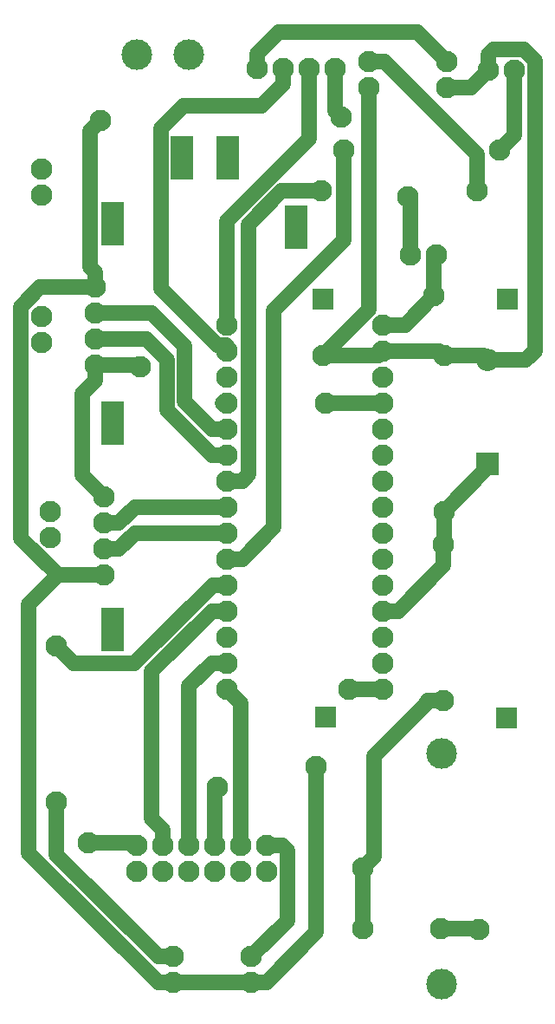
<source format=gbr>
G04 #@! TF.GenerationSoftware,KiCad,Pcbnew,(5.1.4)-1*
G04 #@! TF.CreationDate,2021-02-26T16:34:43-05:00*
G04 #@! TF.ProjectId,compactacion,636f6d70-6163-4746-9163-696f6e2e6b69,rev?*
G04 #@! TF.SameCoordinates,Original*
G04 #@! TF.FileFunction,Copper,L1,Top*
G04 #@! TF.FilePolarity,Positive*
%FSLAX46Y46*%
G04 Gerber Fmt 4.6, Leading zero omitted, Abs format (unit mm)*
G04 Created by KiCad (PCBNEW (5.1.4)-1) date 2021-02-26 16:34:43*
%MOMM*%
%LPD*%
G04 APERTURE LIST*
%ADD10C,2.100000*%
%ADD11R,2.200000X2.200000*%
%ADD12O,2.200000X2.200000*%
%ADD13C,3.000000*%
%ADD14R,2.000000X2.000000*%
%ADD15R,2.200000X4.200000*%
%ADD16C,1.500000*%
G04 APERTURE END LIST*
D10*
X25200000Y92400000D03*
X27740000Y92400000D03*
X30280000Y92400000D03*
X32820000Y92400000D03*
X17000000Y5700000D03*
X24620000Y3160000D03*
X17000000Y3160000D03*
X24620000Y5700000D03*
X10200000Y50570000D03*
X10200000Y48030000D03*
X10200000Y45490000D03*
X10200000Y42950000D03*
X9350000Y71050000D03*
X9350000Y68510000D03*
X9350000Y65970000D03*
X9350000Y63430000D03*
X22250000Y67400000D03*
X37490000Y34380000D03*
X22250000Y64860000D03*
X37490000Y36920000D03*
X22250000Y62320000D03*
X37490000Y39460000D03*
X22250000Y59780000D03*
X37490000Y42000000D03*
X22250000Y57240000D03*
X37490000Y44540000D03*
X22250000Y54700000D03*
X37490000Y47080000D03*
X22250000Y52160000D03*
X37490000Y49620000D03*
X22250000Y49620000D03*
X37490000Y52160000D03*
X22250000Y47080000D03*
X37490000Y54700000D03*
X22250000Y44540000D03*
X37490000Y57240000D03*
X22250000Y42000000D03*
X37490000Y59780000D03*
X22250000Y39460000D03*
X37490000Y62320000D03*
X22250000Y36920000D03*
X37490000Y64860000D03*
X22250000Y34380000D03*
X37490000Y67400000D03*
X22250000Y31840000D03*
X37490000Y31840000D03*
D11*
X47750000Y53800000D03*
D12*
X47750000Y63960000D03*
D10*
X47800000Y92250000D03*
X50340000Y92250000D03*
D13*
X43250000Y25500000D03*
X43250000Y3000000D03*
X18550000Y93800000D03*
X13470000Y93800000D03*
D10*
X4100000Y80100000D03*
X4100000Y82600000D03*
X4100000Y65700000D03*
X4100000Y68200000D03*
X4950000Y49150000D03*
X4950000Y46650000D03*
X42700000Y74250000D03*
X40200000Y74250000D03*
X26150000Y16600000D03*
X26150000Y14060000D03*
X23610000Y16600000D03*
X23610000Y14060000D03*
X21070000Y16600000D03*
X21070000Y14060000D03*
X18530000Y16600000D03*
X18530000Y14060000D03*
X15990000Y16600000D03*
X15990000Y14060000D03*
X13450000Y16600000D03*
X13450000Y14060000D03*
X43400000Y30700000D03*
X43400000Y45940000D03*
X43450000Y64390000D03*
X43450000Y49150000D03*
X33700000Y84500000D03*
X48940000Y84500000D03*
X5550000Y36000000D03*
X5550000Y20760000D03*
X46690000Y80450000D03*
X31450000Y80450000D03*
X35500000Y8400000D03*
X43120000Y8400000D03*
D14*
X49622240Y29032840D03*
X31913360Y29088720D03*
X31659360Y69876040D03*
X49678120Y69886200D03*
D15*
X28974600Y76913560D03*
X22311720Y83733880D03*
X17811720Y83733880D03*
X11037120Y77242600D03*
X11037120Y57798760D03*
X11032040Y37607480D03*
D10*
X43770000Y93100000D03*
X36150000Y90560000D03*
X43770000Y90560000D03*
X36150000Y93100000D03*
X31000000Y24250000D03*
X9900000Y87350000D03*
X31650000Y64400000D03*
X13800000Y63300000D03*
X31850000Y59700000D03*
X8700000Y16800000D03*
X42450000Y70200000D03*
X34200000Y31800000D03*
X21300000Y22200000D03*
X46900000Y8350000D03*
X35550000Y14400000D03*
X33400000Y87650000D03*
X39950000Y79850000D03*
D16*
X30280000Y90915076D02*
X30280000Y92400000D01*
X30280000Y85533138D02*
X30280000Y90915076D01*
X22250000Y77503138D02*
X30280000Y85533138D01*
X22250000Y67400000D02*
X22250000Y77503138D01*
X15761719Y86593881D02*
X17967838Y88800000D01*
X15761719Y70928279D02*
X15761719Y86593881D01*
X21289999Y65399999D02*
X15761719Y70928279D01*
X22150001Y65399999D02*
X21289999Y65399999D01*
X22250000Y64860000D02*
X22250000Y65300000D01*
X22250000Y65300000D02*
X22150001Y65399999D01*
X27740000Y90915076D02*
X27740000Y92400000D01*
X25624924Y88800000D02*
X27740000Y90915076D01*
X17967838Y88800000D02*
X25624924Y88800000D01*
X38820000Y39460000D02*
X37490000Y39460000D01*
X47750000Y53450000D02*
X43450000Y49150000D01*
X47750000Y53800000D02*
X47750000Y53450000D01*
X43450000Y45990000D02*
X43400000Y45940000D01*
X43450000Y49150000D02*
X43450000Y45990000D01*
X43400000Y44455076D02*
X43400000Y45940000D01*
X43400000Y43885076D02*
X43400000Y44455076D01*
X38974924Y39460000D02*
X43400000Y43885076D01*
X37490000Y39460000D02*
X38974924Y39460000D01*
X37030000Y64400000D02*
X37490000Y64860000D01*
X31650000Y64400000D02*
X37030000Y64400000D01*
X21829998Y59780000D02*
X22250000Y59780000D01*
X36150000Y68900000D02*
X31650000Y64400000D01*
X36150000Y90560000D02*
X36150000Y68900000D01*
X46110000Y90560000D02*
X47800000Y92250000D01*
X43770000Y90560000D02*
X46110000Y90560000D01*
X52340001Y93210001D02*
X52340001Y64850001D01*
X51300001Y94250001D02*
X52340001Y93210001D01*
X48315077Y94250001D02*
X51300001Y94250001D01*
X47800000Y93734924D02*
X48315077Y94250001D01*
X47800000Y92250000D02*
X47800000Y93734924D01*
X42980000Y64860000D02*
X43450000Y64390000D01*
X37490000Y64860000D02*
X42980000Y64860000D01*
X47320000Y64390000D02*
X47750000Y63960000D01*
X43450000Y64390000D02*
X47320000Y64390000D01*
X51450000Y63960000D02*
X52340001Y64850001D01*
X47750000Y63960000D02*
X51450000Y63960000D01*
X7865076Y71050000D02*
X9350000Y71050000D01*
X3989998Y71050000D02*
X7865076Y71050000D01*
X2099999Y69160001D02*
X3989998Y71050000D01*
X2099999Y46539999D02*
X2099999Y69160001D01*
X5689998Y42950000D02*
X2099999Y46539999D01*
X10200000Y42950000D02*
X5689998Y42950000D01*
X8850001Y86300001D02*
X9900000Y87350000D01*
X8850001Y73034923D02*
X8850001Y86300001D01*
X9350000Y72534924D02*
X8850001Y73034923D01*
X9350000Y71050000D02*
X9350000Y72534924D01*
X17000000Y3160000D02*
X25190000Y3160000D01*
X17000000Y3160000D02*
X16239998Y3160000D01*
X15515076Y3160000D02*
X2850000Y15825076D01*
X17000000Y3160000D02*
X15515076Y3160000D01*
X2850000Y40110002D02*
X5689998Y42950000D01*
X2850000Y15825076D02*
X2850000Y40110002D01*
X31000000Y22765076D02*
X31000000Y24250000D01*
X31000000Y8055076D02*
X31000000Y22765076D01*
X26104924Y3160000D02*
X31000000Y8055076D01*
X24620000Y3160000D02*
X26104924Y3160000D01*
X9350000Y68510000D02*
X14890000Y68510000D01*
X14890000Y68510000D02*
X18100000Y65300000D01*
X20765076Y57240000D02*
X22250000Y57240000D01*
X18100000Y59905076D02*
X20765076Y57240000D01*
X18100000Y65300000D02*
X18100000Y59905076D01*
X20765076Y54700000D02*
X22250000Y54700000D01*
X16399990Y59065086D02*
X20765076Y54700000D01*
X16399990Y63950010D02*
X16399990Y59065086D01*
X14380000Y65970000D02*
X16399990Y63950010D01*
X9350000Y65970000D02*
X14380000Y65970000D01*
X23734924Y52160000D02*
X22250000Y52160000D01*
X23734924Y52160000D02*
X24350000Y52775076D01*
X29965076Y80450000D02*
X31450000Y80450000D01*
X27601038Y80450000D02*
X29965076Y80450000D01*
X24350000Y77198962D02*
X27601038Y80450000D01*
X24350000Y52775076D02*
X24350000Y77198962D01*
X20765076Y49620000D02*
X22250000Y49620000D01*
X13274924Y49620000D02*
X20765076Y49620000D01*
X11684924Y48030000D02*
X13274924Y49620000D01*
X10200000Y48030000D02*
X11684924Y48030000D01*
X20765076Y47080000D02*
X22250000Y47080000D01*
X13274924Y47080000D02*
X20765076Y47080000D01*
X11684924Y45490000D02*
X13274924Y47080000D01*
X10200000Y45490000D02*
X11684924Y45490000D01*
X33700000Y75626682D02*
X26850000Y68776682D01*
X33700000Y84500000D02*
X33700000Y75626682D01*
X23734924Y44540000D02*
X22250000Y44540000D01*
X26850000Y47655076D02*
X23734924Y44540000D01*
X26850000Y68776682D02*
X26850000Y47655076D01*
X20900899Y42000000D02*
X22250000Y42000000D01*
X13200899Y34300000D02*
X20900899Y42000000D01*
X7250000Y34300000D02*
X13200899Y34300000D01*
X5550000Y36000000D02*
X7250000Y34300000D01*
X31930000Y59780000D02*
X31850000Y59700000D01*
X37490000Y59780000D02*
X31930000Y59780000D01*
X13670000Y63430000D02*
X13800000Y63300000D01*
X9350000Y63430000D02*
X13670000Y63430000D01*
X9350000Y61945076D02*
X8100000Y60695076D01*
X9350000Y63430000D02*
X9350000Y61945076D01*
X8100000Y52670000D02*
X10200000Y50570000D01*
X8100000Y60695076D02*
X8100000Y52670000D01*
X15990000Y18084924D02*
X14900000Y19174924D01*
X15990000Y16600000D02*
X15990000Y18084924D01*
X20765076Y39460000D02*
X22250000Y39460000D01*
X14900000Y33594924D02*
X20765076Y39460000D01*
X14900000Y19174924D02*
X14900000Y33594924D01*
X20765076Y34380000D02*
X22250000Y34380000D01*
X18530000Y32144924D02*
X20765076Y34380000D01*
X18530000Y16600000D02*
X18530000Y32144924D01*
X39650000Y67400000D02*
X42450000Y70200000D01*
X37490000Y67400000D02*
X39650000Y67400000D01*
X42450000Y74000000D02*
X42700000Y74250000D01*
X42450000Y70200000D02*
X42450000Y74000000D01*
X13250000Y16800000D02*
X13450000Y16600000D01*
X8700000Y16800000D02*
X13250000Y16800000D01*
X23610000Y30480000D02*
X22250000Y31840000D01*
X23610000Y16600000D02*
X23610000Y30480000D01*
X21070000Y21970000D02*
X21300000Y22200000D01*
X21070000Y16600000D02*
X21070000Y21970000D01*
X34240000Y31840000D02*
X34200000Y31800000D01*
X37490000Y31840000D02*
X34240000Y31840000D01*
X50340000Y85900000D02*
X50340000Y92250000D01*
X48940000Y84500000D02*
X50340000Y85900000D01*
X46850000Y8400000D02*
X46900000Y8350000D01*
X43120000Y8400000D02*
X46850000Y8400000D01*
X36599999Y25249999D02*
X37950000Y26600000D01*
X36599999Y15449999D02*
X36599999Y25249999D01*
X35550000Y14400000D02*
X36599999Y15449999D01*
X37400000Y26050000D02*
X37950000Y26600000D01*
X37950000Y26600000D02*
X41700000Y30350000D01*
X35550000Y8450000D02*
X35500000Y8400000D01*
X35550000Y14400000D02*
X35550000Y8450000D01*
X41700000Y30484924D02*
X41700000Y30350000D01*
X41915076Y30700000D02*
X41700000Y30484924D01*
X43400000Y30700000D02*
X41915076Y30700000D01*
X32820000Y88230000D02*
X33400000Y87650000D01*
X32820000Y92400000D02*
X32820000Y88230000D01*
X40200000Y79600000D02*
X39950000Y79850000D01*
X40200000Y74250000D02*
X40200000Y79600000D01*
X27634924Y16600000D02*
X26150000Y16600000D01*
X28150001Y16084923D02*
X27634924Y16600000D01*
X28150001Y9230001D02*
X28150001Y16084923D01*
X24620000Y5700000D02*
X28150001Y9230001D01*
X25200000Y93884924D02*
X27315076Y96000000D01*
X25200000Y92400000D02*
X25200000Y93884924D01*
X40870000Y96000000D02*
X43770000Y93100000D01*
X27315076Y96000000D02*
X40870000Y96000000D01*
X16660000Y5700000D02*
X17000000Y5700000D01*
X15515076Y5700000D02*
X17000000Y5700000D01*
X5550000Y15665076D02*
X15515076Y5700000D01*
X5550000Y20760000D02*
X5550000Y15665076D01*
X37634924Y93100000D02*
X36150000Y93100000D01*
X46690000Y84044924D02*
X37634924Y93100000D01*
X46690000Y80450000D02*
X46690000Y84044924D01*
M02*

</source>
